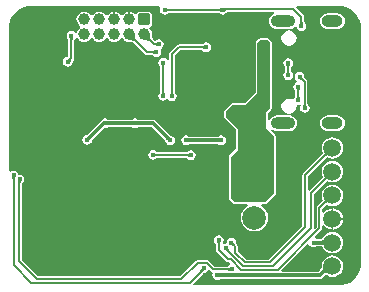
<source format=gbl>
G04*
G04 #@! TF.GenerationSoftware,Altium Limited,Altium Designer,22.3.1 (43)*
G04*
G04 Layer_Physical_Order=2*
G04 Layer_Color=8037893*
%FSLAX44Y44*%
%MOMM*%
G71*
G04*
G04 #@! TF.SameCoordinates,D810A163-4558-4574-BFD7-F7CA9EDE3B54*
G04*
G04*
G04 #@! TF.FilePolarity,Positive*
G04*
G01*
G75*
%ADD61C,0.1524*%
%ADD62C,0.1600*%
%ADD63C,0.3000*%
%ADD64C,0.2000*%
%ADD65C,2.0000*%
%ADD66O,2.1000X1.0000*%
%ADD67O,1.8000X1.0000*%
G04:AMPARAMS|DCode=68|XSize=2mm|YSize=2mm|CornerRadius=0.25mm|HoleSize=0mm|Usage=FLASHONLY|Rotation=270.000|XOffset=0mm|YOffset=0mm|HoleType=Round|Shape=RoundedRectangle|*
%AMROUNDEDRECTD68*
21,1,2.0000,1.5000,0,0,270.0*
21,1,1.5000,2.0000,0,0,270.0*
1,1,0.5000,-0.7500,-0.7500*
1,1,0.5000,-0.7500,0.7500*
1,1,0.5000,0.7500,0.7500*
1,1,0.5000,0.7500,-0.7500*
%
%ADD68ROUNDEDRECTD68*%
%ADD69C,1.0000*%
G04:AMPARAMS|DCode=70|XSize=1mm|YSize=1mm|CornerRadius=0.125mm|HoleSize=0mm|Usage=FLASHONLY|Rotation=270.000|XOffset=0mm|YOffset=0mm|HoleType=Round|Shape=RoundedRectangle|*
%AMROUNDEDRECTD70*
21,1,1.0000,0.7500,0,0,270.0*
21,1,0.7500,1.0000,0,0,270.0*
1,1,0.2500,-0.3750,-0.3750*
1,1,0.2500,-0.3750,0.3750*
1,1,0.2500,0.3750,0.3750*
1,1,0.2500,0.3750,-0.3750*
%
%ADD70ROUNDEDRECTD70*%
%ADD71C,0.4500*%
%ADD72C,0.6000*%
%ADD73C,1.5000*%
G36*
X208364Y255804D02*
X208504Y255735D01*
X208656Y255675D01*
X208819Y255623D01*
X208995Y255579D01*
X209181Y255542D01*
X209590Y255494D01*
X209813Y255482D01*
X210046Y255478D01*
X210539Y253478D01*
X210305Y253471D01*
X210086Y253451D01*
X209884Y253417D01*
X209697Y253370D01*
X209526Y253309D01*
X209370Y253235D01*
X209230Y253147D01*
X209106Y253046D01*
X208997Y252931D01*
X208905Y252802D01*
X208235Y255880D01*
X208364Y255804D01*
D02*
G37*
G36*
X205393Y252425D02*
X205274Y252534D01*
X205142Y252632D01*
X204998Y252718D01*
X204841Y252793D01*
X204672Y252856D01*
X204489Y252908D01*
X204295Y252948D01*
X204087Y252977D01*
X203867Y252994D01*
X203634Y253000D01*
Y255000D01*
X203867Y255006D01*
X204087Y255023D01*
X204295Y255052D01*
X204489Y255092D01*
X204672Y255144D01*
X204841Y255207D01*
X204998Y255282D01*
X205142Y255368D01*
X205274Y255466D01*
X205393Y255575D01*
Y252425D01*
D02*
G37*
G36*
X159726Y255466D02*
X159858Y255368D01*
X160002Y255282D01*
X160159Y255207D01*
X160328Y255144D01*
X160511Y255092D01*
X160705Y255052D01*
X160913Y255023D01*
X161133Y255006D01*
X161366Y255000D01*
Y253000D01*
X161133Y252994D01*
X160913Y252977D01*
X160705Y252948D01*
X160511Y252908D01*
X160328Y252856D01*
X160159Y252793D01*
X160002Y252718D01*
X159858Y252632D01*
X159726Y252534D01*
X159607Y252425D01*
Y255575D01*
X159726Y255466D01*
D02*
G37*
G36*
X274776Y243123D02*
X274793Y242903D01*
X274822Y242695D01*
X274862Y242500D01*
X274914Y242318D01*
X274977Y242149D01*
X275052Y241992D01*
X275138Y241847D01*
X275236Y241716D01*
X275345Y241597D01*
X272195D01*
X272304Y241716D01*
X272402Y241847D01*
X272488Y241992D01*
X272563Y242149D01*
X272626Y242318D01*
X272678Y242500D01*
X272718Y242695D01*
X272747Y242903D01*
X272764Y243123D01*
X272770Y243356D01*
X274770D01*
X274776Y243123D01*
D02*
G37*
G36*
X311246Y256294D02*
X314519Y254938D01*
X317465Y252970D01*
X319970Y250465D01*
X321938Y247519D01*
X323294Y244246D01*
X323985Y240771D01*
Y239000D01*
Y39000D01*
Y37229D01*
X323294Y33754D01*
X321938Y30481D01*
X319970Y27535D01*
X317465Y25030D01*
X314519Y23062D01*
X311246Y21706D01*
X307771Y21015D01*
X182252D01*
X181726Y22285D01*
X190144Y30703D01*
X190322Y30770D01*
X190435Y30875D01*
X190505Y30931D01*
X190574Y30980D01*
X190584Y30985D01*
X190910Y30921D01*
X192489Y31235D01*
X193828Y32130D01*
X194723Y33468D01*
X194745Y33582D01*
X196123Y34000D01*
X197462Y32662D01*
X197984Y32313D01*
X198376Y31624D01*
X198627Y30780D01*
X198373Y29500D01*
X198687Y27920D01*
X199582Y26582D01*
X200921Y25687D01*
X202500Y25373D01*
X204079Y25687D01*
X204820Y26182D01*
X205402Y26193D01*
X205553Y26259D01*
X289139D01*
X289139Y26259D01*
X290319Y26493D01*
X291319Y27162D01*
X293045Y28888D01*
X293195Y28945D01*
X293549Y29279D01*
X293832Y29513D01*
X294070Y29679D01*
X294252Y29780D01*
X294340Y29815D01*
X294367Y29797D01*
X294600Y29752D01*
X294782Y29599D01*
X294818Y29602D01*
X295449Y29118D01*
X297644Y28208D01*
X300000Y27898D01*
X302356Y28208D01*
X304551Y29118D01*
X306436Y30564D01*
X307882Y32449D01*
X308792Y34644D01*
X309102Y37000D01*
X308792Y39356D01*
X307882Y41551D01*
X306436Y43436D01*
X304551Y44882D01*
X302356Y45792D01*
X300000Y46102D01*
X297644Y45792D01*
X295449Y44882D01*
X293564Y43436D01*
X292118Y41551D01*
X291208Y39356D01*
X290898Y37000D01*
X290941Y36675D01*
X290867Y36498D01*
X290867Y36290D01*
X290851Y36168D01*
X290813Y36015D01*
X290744Y35829D01*
X290639Y35610D01*
X290493Y35361D01*
X290317Y35103D01*
X289774Y34445D01*
X289439Y34095D01*
X289379Y33943D01*
X287862Y32425D01*
X257381D01*
X256895Y33599D01*
X278945Y55649D01*
X280317Y55225D01*
X281082Y54082D01*
X282421Y53187D01*
X284000Y52873D01*
X285579Y53187D01*
X286530Y53822D01*
X287114Y53853D01*
X287248Y53917D01*
X289459D01*
X289606Y53851D01*
X290097Y53837D01*
X290485Y53802D01*
X290811Y53749D01*
X291073Y53682D01*
X291272Y53609D01*
X291411Y53539D01*
X291499Y53478D01*
X291551Y53430D01*
X291583Y53387D01*
X291672Y53221D01*
X291862Y53065D01*
X292118Y52449D01*
X293564Y50564D01*
X295449Y49118D01*
X297644Y48208D01*
X300000Y47898D01*
X302356Y48208D01*
X304551Y49118D01*
X306436Y50564D01*
X307882Y52449D01*
X308792Y54644D01*
X309102Y57000D01*
X308792Y59356D01*
X307882Y61551D01*
X306436Y63436D01*
X304551Y64882D01*
X302356Y65792D01*
X300000Y66102D01*
X297644Y65792D01*
X295449Y64882D01*
X293564Y63436D01*
X292118Y61551D01*
X291862Y60935D01*
X291672Y60779D01*
X291583Y60613D01*
X291551Y60570D01*
X291499Y60522D01*
X291411Y60461D01*
X291272Y60391D01*
X291073Y60318D01*
X290811Y60251D01*
X290485Y60198D01*
X290097Y60163D01*
X289606Y60149D01*
X289459Y60083D01*
X287191D01*
X287032Y60150D01*
X286791Y60150D01*
X286563Y60156D01*
X285775Y60683D01*
X285351Y62055D01*
X290648Y67352D01*
X291153Y68108D01*
X291331Y69000D01*
Y71388D01*
X292601Y71819D01*
X293564Y70564D01*
X295449Y69117D01*
X297644Y68208D01*
X299238Y67998D01*
Y77000D01*
Y86002D01*
X297644Y85792D01*
X295449Y84882D01*
X293564Y83436D01*
X292601Y82181D01*
X291331Y82612D01*
Y85035D01*
X295136Y88840D01*
X295320Y88910D01*
X295489Y89070D01*
X295513Y89091D01*
X297644Y88208D01*
X300000Y87898D01*
X302356Y88208D01*
X304551Y89118D01*
X306436Y90564D01*
X307882Y92449D01*
X308792Y94644D01*
X309102Y97000D01*
X308792Y99356D01*
X307882Y101551D01*
X306436Y103436D01*
X304551Y104882D01*
X302356Y105792D01*
X300000Y106102D01*
X297644Y105792D01*
X295449Y104882D01*
X293564Y103436D01*
X292118Y101551D01*
X291208Y99356D01*
X290898Y97000D01*
X291208Y94644D01*
X292091Y92513D01*
X292070Y92489D01*
X291910Y92320D01*
X291840Y92136D01*
X287352Y87648D01*
X286847Y86892D01*
X286669Y86000D01*
Y69965D01*
X285556Y68853D01*
X285444Y68866D01*
X284331Y69423D01*
Y98034D01*
X295136Y108840D01*
X295320Y108910D01*
X295489Y109070D01*
X295513Y109091D01*
X297644Y108208D01*
X300000Y107898D01*
X302356Y108208D01*
X304551Y109117D01*
X306436Y110564D01*
X307882Y112449D01*
X308792Y114644D01*
X309102Y117000D01*
X308792Y119356D01*
X307882Y121551D01*
X306436Y123436D01*
X304551Y124882D01*
X302356Y125792D01*
X300000Y126102D01*
X297644Y125792D01*
X295449Y124882D01*
X293564Y123436D01*
X292118Y121551D01*
X291208Y119356D01*
X290898Y117000D01*
X291208Y114644D01*
X292091Y112513D01*
X292070Y112489D01*
X291910Y112320D01*
X291840Y112136D01*
X280639Y100936D01*
X279504Y101299D01*
X279370Y101403D01*
Y113019D01*
X295114Y128763D01*
X295296Y128833D01*
X295475Y129002D01*
X295559Y129072D01*
X297644Y128208D01*
X300000Y127898D01*
X302356Y128208D01*
X304551Y129117D01*
X306436Y130564D01*
X307882Y132449D01*
X308792Y134644D01*
X309102Y137000D01*
X308792Y139356D01*
X307882Y141551D01*
X306436Y143436D01*
X304551Y144882D01*
X302356Y145792D01*
X300000Y146102D01*
X297644Y145792D01*
X295449Y144882D01*
X293564Y143436D01*
X292118Y141551D01*
X291208Y139356D01*
X290898Y137000D01*
X291208Y134644D01*
X292072Y132559D01*
X292002Y132475D01*
X291833Y132296D01*
X291763Y132114D01*
X275324Y115675D01*
X274811Y114907D01*
X274631Y114000D01*
Y71156D01*
X245978Y42503D01*
X226654D01*
X219690Y49468D01*
Y53805D01*
X219509Y54711D01*
X218995Y55480D01*
X218652Y55824D01*
X218585Y56002D01*
X218482Y56114D01*
X218431Y56177D01*
X218393Y56232D01*
X218497Y56755D01*
X218183Y58334D01*
X217288Y59673D01*
X215949Y60568D01*
X214370Y60882D01*
X212791Y60568D01*
X211452Y59673D01*
X210557Y58334D01*
X210348Y57284D01*
X210243Y56755D01*
X209259Y55871D01*
X208719Y55763D01*
X208410Y55557D01*
X207883Y55573D01*
X206970Y56122D01*
X206952Y56405D01*
X207663Y57469D01*
X207977Y59048D01*
X207663Y60627D01*
X206768Y61966D01*
X205429Y62861D01*
X203850Y63175D01*
X202271Y62861D01*
X200932Y61966D01*
X200037Y60627D01*
X199723Y59048D01*
X200037Y57469D01*
X200932Y56130D01*
X201408Y55811D01*
X201412Y55797D01*
X201426Y55733D01*
X201434Y55661D01*
X201440Y55517D01*
X201519Y55344D01*
Y50250D01*
X201697Y49358D01*
X202202Y48602D01*
X209654Y41150D01*
X210410Y40644D01*
X211302Y40467D01*
X212581D01*
X213228Y39684D01*
X212980Y38309D01*
X212232Y37808D01*
X211451Y36641D01*
X200075D01*
X195210Y41506D01*
X194454Y42011D01*
X193562Y42189D01*
X185858D01*
X184966Y42011D01*
X184210Y41506D01*
X171121Y28417D01*
X50879D01*
X37331Y41965D01*
Y106598D01*
X37409Y106760D01*
X37404Y106774D01*
X37410Y106788D01*
X37416Y106931D01*
X37424Y106996D01*
X37433Y107037D01*
X38038Y107442D01*
X38933Y108781D01*
X39247Y110360D01*
X38933Y111939D01*
X38038Y113278D01*
X36699Y114173D01*
X35120Y114487D01*
X34151Y114295D01*
X33873Y115689D01*
X32978Y117028D01*
X31639Y117923D01*
X30060Y118237D01*
X28481Y117923D01*
X27285Y117124D01*
X26654Y117288D01*
X26015Y117628D01*
X26015Y239000D01*
X26015Y240771D01*
X26706Y244246D01*
X28062Y247519D01*
X30030Y250465D01*
X32535Y252970D01*
X35481Y254938D01*
X38754Y256294D01*
X42229Y256985D01*
X44000D01*
X153599D01*
X154278Y255715D01*
X154187Y255579D01*
X153873Y254000D01*
X154187Y252421D01*
X155082Y251082D01*
X156420Y250187D01*
X158000Y249873D01*
X159579Y250187D01*
X160918Y251082D01*
X161088Y251336D01*
X161091Y251336D01*
X161218Y251346D01*
X161406Y251351D01*
X161577Y251427D01*
X203423D01*
X203594Y251351D01*
X203782Y251346D01*
X203909Y251336D01*
X203912Y251336D01*
X204082Y251082D01*
X205420Y250187D01*
X207000Y249873D01*
X208579Y250187D01*
X209918Y251082D01*
X210415Y251824D01*
X210586Y251829D01*
X210753Y251904D01*
X210933Y251876D01*
X210971Y251905D01*
X250451D01*
X250704Y250635D01*
X249410Y250099D01*
X248047Y249053D01*
X247001Y247690D01*
X246344Y246103D01*
X246120Y244400D01*
X246344Y242697D01*
X247001Y241110D01*
X248047Y239747D01*
X249410Y238701D01*
X250997Y238044D01*
X252700Y237820D01*
X263700D01*
X265403Y238044D01*
X266990Y238701D01*
X268353Y239747D01*
X268414Y239826D01*
X269745Y239475D01*
X269957Y238410D01*
X270852Y237072D01*
X272190Y236177D01*
X273770Y235863D01*
X275349Y236177D01*
X276688Y237072D01*
X277583Y238410D01*
X277897Y239990D01*
X277583Y241569D01*
X276688Y242908D01*
X276434Y243078D01*
X276434Y243081D01*
X276424Y243208D01*
X276419Y243396D01*
X276343Y243567D01*
Y247760D01*
X276148Y248745D01*
X275590Y249580D01*
X269454Y255715D01*
X269980Y256985D01*
X306000D01*
X307771D01*
X311246Y256294D01*
D02*
G37*
G36*
X295950Y130687D02*
X295808Y130760D01*
X295658Y130803D01*
X295500Y130814D01*
X295333Y130794D01*
X295158Y130744D01*
X294975Y130663D01*
X294784Y130551D01*
X294585Y130408D01*
X294377Y130234D01*
X294161Y130030D01*
X293030Y131161D01*
X293234Y131377D01*
X293408Y131585D01*
X293551Y131784D01*
X293663Y131975D01*
X293744Y132158D01*
X293794Y132333D01*
X293814Y132500D01*
X293803Y132658D01*
X293760Y132808D01*
X293687Y132950D01*
X295950Y130687D01*
D02*
G37*
G36*
X295885Y110730D02*
X295751Y110800D01*
X295609Y110841D01*
X295459Y110853D01*
X295301Y110835D01*
X295135Y110788D01*
X294961Y110711D01*
X294779Y110604D01*
X294589Y110468D01*
X294391Y110303D01*
X294185Y110108D01*
X293108Y111185D01*
X293303Y111391D01*
X293468Y111589D01*
X293604Y111779D01*
X293711Y111961D01*
X293788Y112135D01*
X293835Y112301D01*
X293853Y112459D01*
X293841Y112609D01*
X293800Y112751D01*
X293730Y112885D01*
X295885Y110730D01*
D02*
G37*
G36*
X31592Y112462D02*
X31441Y112311D01*
X31307Y112153D01*
X31188Y111988D01*
X31085Y111816D01*
X30998Y111637D01*
X30927Y111451D01*
X30871Y111258D01*
X30832Y111057D01*
X30808Y110850D01*
X30800Y110635D01*
X29200Y110681D01*
X29192Y110894D01*
X29170Y111102D01*
X29132Y111303D01*
X29079Y111498D01*
X29011Y111688D01*
X28927Y111872D01*
X28829Y112049D01*
X28715Y112221D01*
X28587Y112386D01*
X28443Y112546D01*
X31592Y112462D01*
D02*
G37*
G36*
X36607Y108672D02*
X36446Y108519D01*
X36303Y108361D01*
X36176Y108195D01*
X36066Y108023D01*
X35973Y107845D01*
X35897Y107660D01*
X35838Y107468D01*
X35796Y107270D01*
X35770Y107065D01*
X35762Y106854D01*
X34238Y106940D01*
X34230Y107149D01*
X34207Y107353D01*
X34168Y107553D01*
X34114Y107749D01*
X34044Y107941D01*
X33958Y108129D01*
X33858Y108313D01*
X33741Y108492D01*
X33609Y108668D01*
X33462Y108840D01*
X36607Y108672D01*
D02*
G37*
G36*
X295885Y90730D02*
X295751Y90800D01*
X295609Y90841D01*
X295459Y90853D01*
X295301Y90835D01*
X295135Y90788D01*
X294961Y90711D01*
X294779Y90604D01*
X294589Y90468D01*
X294391Y90303D01*
X294185Y90108D01*
X293108Y91185D01*
X293303Y91391D01*
X293468Y91589D01*
X293604Y91779D01*
X293711Y91961D01*
X293788Y92135D01*
X293835Y92301D01*
X293853Y92459D01*
X293841Y92609D01*
X293800Y92751D01*
X293730Y92885D01*
X295885Y90730D01*
D02*
G37*
G36*
X205271Y57279D02*
X205132Y57112D01*
X205010Y56939D01*
X204905Y56761D01*
X204815Y56578D01*
X204742Y56389D01*
X204685Y56195D01*
X204645Y55996D01*
X204620Y55791D01*
X204612Y55581D01*
X203088D01*
X203080Y55791D01*
X203055Y55996D01*
X203015Y56195D01*
X202958Y56389D01*
X202885Y56578D01*
X202795Y56761D01*
X202690Y56939D01*
X202568Y57112D01*
X202430Y57279D01*
X202275Y57441D01*
X205425D01*
X205271Y57279D01*
D02*
G37*
G36*
X285634Y58561D02*
X285687Y58548D01*
X285765Y58537D01*
X285999Y58519D01*
X286770Y58501D01*
X287027Y58500D01*
Y55500D01*
X285607Y55425D01*
Y58575D01*
X285634Y58561D01*
D02*
G37*
G36*
X293126Y54000D02*
X292974Y54285D01*
X292778Y54540D01*
X292539Y54765D01*
X292256Y54960D01*
X291930Y55125D01*
X291561Y55260D01*
X291149Y55365D01*
X290693Y55440D01*
X290194Y55485D01*
X289652Y55500D01*
Y58500D01*
X290194Y58515D01*
X290693Y58560D01*
X291149Y58635D01*
X291561Y58740D01*
X291930Y58875D01*
X292256Y59040D01*
X292539Y59235D01*
X292778Y59460D01*
X292974Y59715D01*
X293126Y60000D01*
Y54000D01*
D02*
G37*
G36*
X216625Y56518D02*
X216647Y56311D01*
X216684Y56109D01*
X216736Y55915D01*
X216804Y55726D01*
X216887Y55544D01*
X216987Y55368D01*
X217101Y55199D01*
X217231Y55036D01*
X217377Y54879D01*
X216246Y53747D01*
X216089Y53893D01*
X215926Y54023D01*
X215756Y54138D01*
X215581Y54237D01*
X215399Y54321D01*
X215210Y54389D01*
X215015Y54441D01*
X214814Y54478D01*
X214606Y54499D01*
X214393Y54505D01*
X216620Y56732D01*
X216625Y56518D01*
D02*
G37*
G36*
X212424Y51156D02*
X212400Y50957D01*
X212397Y50764D01*
X212416Y50576D01*
X212455Y50392D01*
X212516Y50213D01*
X212599Y50039D01*
X212703Y49870D01*
X212828Y49706D01*
X212974Y49546D01*
X211594Y48771D01*
X211447Y48910D01*
X211292Y49039D01*
X211129Y49160D01*
X210957Y49273D01*
X210777Y49377D01*
X210588Y49472D01*
X210391Y49559D01*
X209972Y49707D01*
X209750Y49768D01*
X212469Y51359D01*
X212424Y51156D01*
D02*
G37*
G36*
X213614Y33246D02*
X213576Y33269D01*
X213513Y33290D01*
X213427Y33309D01*
X213316Y33325D01*
X213023Y33349D01*
X212403Y33368D01*
X212149Y33369D01*
Y34893D01*
X212288Y34896D01*
X212526Y34920D01*
X212624Y34940D01*
X212707Y34966D01*
X212778Y34998D01*
X212834Y35036D01*
X212876Y35080D01*
X212905Y35130D01*
X212920Y35185D01*
X213614Y33246D01*
D02*
G37*
G36*
X191049Y32802D02*
X190833Y32782D01*
X190625Y32748D01*
X190423Y32699D01*
X190228Y32638D01*
X190039Y32562D01*
X189857Y32472D01*
X189682Y32369D01*
X189514Y32251D01*
X189352Y32120D01*
X189196Y31975D01*
X187978Y33019D01*
X188125Y33178D01*
X188254Y33342D01*
X188366Y33512D01*
X188461Y33687D01*
X188539Y33869D01*
X188599Y34056D01*
X188642Y34249D01*
X188668Y34448D01*
X188676Y34653D01*
X188667Y34864D01*
X191049Y32802D01*
D02*
G37*
G36*
X295280Y31171D02*
X295030Y31337D01*
X294764Y31444D01*
X294482Y31491D01*
X294184Y31477D01*
X293870Y31405D01*
X293541Y31272D01*
X293195Y31080D01*
X292833Y30828D01*
X292456Y30516D01*
X292062Y30144D01*
X290630Y32954D01*
X291007Y33348D01*
X291636Y34109D01*
X291888Y34477D01*
X292097Y34836D01*
X292265Y35186D01*
X292391Y35527D01*
X292475Y35859D01*
X292517Y36182D01*
X292517Y36497D01*
X295280Y31171D01*
D02*
G37*
G36*
X204246Y30936D02*
X204303Y30916D01*
X204385Y30899D01*
X204492Y30884D01*
X204780Y30861D01*
X205656Y30842D01*
X205371Y27842D01*
X203992Y27816D01*
X204214Y30958D01*
X204246Y30936D01*
D02*
G37*
%LPC*%
G36*
X102600Y252580D02*
X100897Y252356D01*
X99310Y251699D01*
X97947Y250653D01*
X96948Y249351D01*
X96263Y249251D01*
X96237D01*
X95552Y249351D01*
X94553Y250653D01*
X93190Y251699D01*
X91603Y252356D01*
X89900Y252580D01*
X88197Y252356D01*
X86610Y251699D01*
X85247Y250653D01*
X84201Y249290D01*
X83544Y247703D01*
X83320Y246000D01*
X83544Y244297D01*
X84201Y242710D01*
X85247Y241347D01*
X86549Y240348D01*
X86649Y239663D01*
Y239637D01*
X86549Y238952D01*
X85247Y237953D01*
X84201Y236590D01*
X83544Y235003D01*
X83518Y234810D01*
X82197Y234501D01*
X81918Y234918D01*
X80579Y235813D01*
X79000Y236127D01*
X77421Y235813D01*
X76082Y234918D01*
X75187Y233579D01*
X74873Y232000D01*
X75187Y230420D01*
X76082Y229082D01*
X76336Y228912D01*
X76336Y228909D01*
X76346Y228782D01*
X76351Y228594D01*
X76427Y228423D01*
Y215337D01*
X76000Y214127D01*
X74421Y213813D01*
X73082Y212918D01*
X72187Y211579D01*
X71873Y210000D01*
X72187Y208421D01*
X73082Y207082D01*
X74421Y206187D01*
X76000Y205873D01*
X77579Y206187D01*
X78918Y207082D01*
X79813Y208421D01*
X80127Y210000D01*
X80068Y210300D01*
X80069Y210302D01*
X80152Y210399D01*
X80282Y210535D01*
X80349Y210709D01*
X80820Y211180D01*
X81378Y212015D01*
X81573Y213000D01*
Y228423D01*
X81649Y228594D01*
X81654Y228782D01*
X81664Y228909D01*
X81664Y228912D01*
X81918Y229082D01*
X82717Y230276D01*
X83366Y230366D01*
X84083Y230295D01*
X84201Y230010D01*
X85247Y228647D01*
X86610Y227601D01*
X88197Y226944D01*
X89900Y226720D01*
X91603Y226944D01*
X93190Y227601D01*
X94553Y228647D01*
X95552Y229949D01*
X96237Y230049D01*
X96263D01*
X96948Y229949D01*
X97947Y228647D01*
X99310Y227601D01*
X100897Y226944D01*
X102600Y226720D01*
X104303Y226944D01*
X105890Y227601D01*
X107253Y228647D01*
X108252Y229949D01*
X108937Y230049D01*
X108963D01*
X109648Y229949D01*
X110647Y228647D01*
X112010Y227601D01*
X113597Y226944D01*
X115300Y226720D01*
X117003Y226944D01*
X118590Y227601D01*
X119953Y228647D01*
X120952Y229949D01*
X121637Y230049D01*
X121663D01*
X122348Y229949D01*
X123347Y228647D01*
X124710Y227601D01*
X126297Y226944D01*
X127819Y226744D01*
X128039Y226651D01*
X128721Y226646D01*
X129920Y226568D01*
X130388Y226503D01*
X130808Y226419D01*
X131159Y226322D01*
X131439Y226220D01*
X131648Y226118D01*
X131790Y226027D01*
X131972Y225871D01*
X132130Y225819D01*
X141625Y216325D01*
X142393Y215811D01*
X143300Y215630D01*
X147315D01*
X147487Y215551D01*
X147640Y215546D01*
X147720Y215537D01*
X147786Y215524D01*
X148082Y215082D01*
X149421Y214187D01*
X151000Y213873D01*
X152579Y214187D01*
X153918Y215082D01*
X154813Y216420D01*
X155127Y218000D01*
X154813Y219579D01*
X154601Y219896D01*
X154579Y221187D01*
X155918Y222082D01*
X156813Y223421D01*
X157127Y225000D01*
X156813Y226579D01*
X155918Y227918D01*
X154579Y228813D01*
X153000Y229127D01*
X151421Y228813D01*
X150082Y227918D01*
X149491Y227860D01*
X148181Y229170D01*
X148129Y229328D01*
X147973Y229510D01*
X147882Y229652D01*
X147781Y229861D01*
X147678Y230141D01*
X147581Y230492D01*
X147497Y230912D01*
X147432Y231380D01*
X147354Y232579D01*
X147349Y233261D01*
X147256Y233481D01*
X147056Y235003D01*
X146399Y236590D01*
X145353Y237953D01*
X144987Y238234D01*
X145304Y239592D01*
X145532Y239637D01*
X146450Y240250D01*
X147063Y241168D01*
X147278Y242250D01*
Y249750D01*
X147063Y250832D01*
X146450Y251750D01*
X145532Y252363D01*
X144450Y252578D01*
X136950D01*
X135868Y252363D01*
X134950Y251750D01*
X134337Y250832D01*
X134291Y250604D01*
X132934Y250287D01*
X132653Y250653D01*
X131290Y251699D01*
X129703Y252356D01*
X128762Y252480D01*
Y246000D01*
X127238D01*
Y252480D01*
X126297Y252356D01*
X124710Y251699D01*
X123347Y250653D01*
X122348Y249351D01*
X121663Y249251D01*
X121637D01*
X120952Y249351D01*
X119953Y250653D01*
X118590Y251699D01*
X117003Y252356D01*
X116062Y252480D01*
Y246000D01*
X114538D01*
Y252480D01*
X113597Y252356D01*
X112010Y251699D01*
X110647Y250653D01*
X109648Y249351D01*
X108963Y249251D01*
X108937D01*
X108252Y249351D01*
X107253Y250653D01*
X105890Y251699D01*
X104303Y252356D01*
X102600Y252580D01*
D02*
G37*
G36*
X304000Y250980D02*
X296000D01*
X294297Y250756D01*
X292710Y250099D01*
X291347Y249053D01*
X290301Y247690D01*
X289644Y246103D01*
X289420Y244400D01*
X289644Y242697D01*
X290301Y241110D01*
X291347Y239747D01*
X292710Y238701D01*
X294297Y238044D01*
X296000Y237820D01*
X304000D01*
X305703Y238044D01*
X307290Y238701D01*
X308653Y239747D01*
X309699Y241110D01*
X310356Y242697D01*
X310580Y244400D01*
X310356Y246103D01*
X309699Y247690D01*
X308653Y249053D01*
X307290Y250099D01*
X305703Y250756D01*
X304000Y250980D01*
D02*
G37*
G36*
X263200Y236521D02*
X260743Y236033D01*
X258659Y234641D01*
X257267Y232557D01*
X256779Y230100D01*
X257267Y227643D01*
X258659Y225559D01*
X260743Y224167D01*
X263200Y223679D01*
X265657Y224167D01*
X267741Y225559D01*
X269133Y227643D01*
X269621Y230100D01*
X269133Y232557D01*
X267741Y234641D01*
X265657Y236033D01*
X263200Y236521D01*
D02*
G37*
G36*
X193100Y226497D02*
X191521Y226183D01*
X190182Y225288D01*
X189886Y224846D01*
X189820Y224833D01*
X189739Y224824D01*
X189587Y224818D01*
X189415Y224739D01*
X169970D01*
X169063Y224559D01*
X168295Y224046D01*
X162325Y218076D01*
X161811Y217307D01*
X161630Y216400D01*
Y211464D01*
X160361Y211079D01*
X159680Y212097D01*
X158341Y212992D01*
X156762Y213306D01*
X155182Y212992D01*
X153843Y212097D01*
X152949Y210758D01*
X152634Y209179D01*
X152949Y207599D01*
X153843Y206260D01*
X154222Y206007D01*
X154223Y206004D01*
X154237Y205929D01*
X154246Y205844D01*
X154251Y205692D01*
X154331Y205519D01*
Y184743D01*
X154251Y184570D01*
X154246Y184417D01*
X154237Y184330D01*
X154222Y184252D01*
X154220Y184245D01*
X153882Y184018D01*
X152987Y182680D01*
X152673Y181100D01*
X152987Y179521D01*
X153882Y178182D01*
X155221Y177287D01*
X156800Y176973D01*
X158379Y177287D01*
X159719Y178182D01*
X159732Y178201D01*
X160796D01*
X161149Y178037D01*
X162421Y177187D01*
X164000Y176873D01*
X165579Y177187D01*
X166919Y178082D01*
X167813Y179421D01*
X168127Y181000D01*
X167813Y182579D01*
X166919Y183918D01*
X166476Y184214D01*
X166463Y184280D01*
X166454Y184361D01*
X166449Y184513D01*
X166370Y184685D01*
Y215418D01*
X170951Y220000D01*
X189415D01*
X189587Y219921D01*
X189739Y219916D01*
X189820Y219907D01*
X189886Y219894D01*
X190182Y219452D01*
X191521Y218557D01*
X193100Y218243D01*
X194679Y218557D01*
X196018Y219452D01*
X196913Y220791D01*
X197227Y222370D01*
X196913Y223949D01*
X196018Y225288D01*
X194679Y226183D01*
X193100Y226497D01*
D02*
G37*
G36*
X262500Y212827D02*
X260921Y212513D01*
X259582Y211618D01*
X258687Y210280D01*
X258373Y208700D01*
X258687Y207121D01*
X259582Y205782D01*
X260002Y205501D01*
X260015Y205431D01*
X260024Y205349D01*
X260030Y205196D01*
X260109Y205023D01*
Y202294D01*
X260030Y202121D01*
X260024Y201970D01*
X260015Y201890D01*
X260003Y201830D01*
X259538Y201518D01*
X258643Y200180D01*
X258329Y198600D01*
X258643Y197021D01*
X259538Y195682D01*
X260877Y194787D01*
X262456Y194473D01*
X264035Y194787D01*
X265375Y195682D01*
X266269Y197021D01*
X266583Y198600D01*
X266269Y200180D01*
X265375Y201518D01*
X264955Y201799D01*
X264941Y201870D01*
X264932Y201951D01*
X264926Y202104D01*
X264848Y202277D01*
Y205006D01*
X264926Y205179D01*
X264932Y205331D01*
X264941Y205410D01*
X264953Y205470D01*
X265418Y205782D01*
X266313Y207121D01*
X266627Y208700D01*
X266313Y210280D01*
X265418Y211618D01*
X264079Y212513D01*
X262500Y212827D01*
D02*
G37*
G36*
X272152Y201427D02*
X270573Y201113D01*
X269234Y200218D01*
X268339Y198880D01*
X268025Y197300D01*
X268339Y195721D01*
X269234Y194382D01*
X269938Y193911D01*
X269670Y192563D01*
X269421Y192513D01*
X268082Y191618D01*
X267187Y190280D01*
X266873Y188700D01*
X267187Y187121D01*
X268082Y185782D01*
X268558Y185463D01*
X268562Y185449D01*
X268575Y185385D01*
X268584Y185313D01*
X268590Y185169D01*
X268669Y184996D01*
Y181404D01*
X268590Y181231D01*
X268584Y181087D01*
X268575Y181015D01*
X268562Y180951D01*
X268558Y180937D01*
X268082Y180618D01*
X267187Y179279D01*
X267092Y178802D01*
X265681Y178217D01*
X265657Y178233D01*
X263200Y178721D01*
X260743Y178233D01*
X258659Y176841D01*
X257267Y174757D01*
X256779Y172300D01*
X257267Y169843D01*
X258659Y167759D01*
X260743Y166367D01*
X263200Y165879D01*
X265657Y166367D01*
X267741Y167759D01*
X269133Y169843D01*
X269621Y172300D01*
X269569Y172562D01*
X270649Y173643D01*
X271000Y173573D01*
X272269Y173825D01*
X273000Y173020D01*
X273108Y172796D01*
X272897Y172479D01*
X272583Y170900D01*
X272897Y169321D01*
X273792Y167982D01*
X275131Y167087D01*
X276710Y166773D01*
X278289Y167087D01*
X279628Y167982D01*
X280523Y169321D01*
X280837Y170900D01*
X280523Y172479D01*
X279628Y173818D01*
X278925Y174288D01*
X278924Y174295D01*
X278916Y174356D01*
X278910Y174498D01*
X278888Y174545D01*
X278904Y174595D01*
X278831Y174730D01*
Y192952D01*
X278653Y193844D01*
X278148Y194600D01*
X276419Y196329D01*
X276353Y196508D01*
X276255Y196614D01*
X276210Y196670D01*
X276174Y196725D01*
X276167Y196737D01*
X276279Y197300D01*
X275965Y198880D01*
X275070Y200218D01*
X273731Y201113D01*
X272152Y201427D01*
D02*
G37*
G36*
X304000Y164580D02*
X296000D01*
X294297Y164356D01*
X292710Y163699D01*
X291347Y162653D01*
X290301Y161290D01*
X289644Y159703D01*
X289420Y158000D01*
X289644Y156297D01*
X290301Y154710D01*
X291347Y153347D01*
X292710Y152301D01*
X294297Y151644D01*
X296000Y151420D01*
X304000D01*
X305703Y151644D01*
X307290Y152301D01*
X308653Y153347D01*
X309699Y154710D01*
X310356Y156297D01*
X310580Y158000D01*
X310356Y159703D01*
X309699Y161290D01*
X308653Y162653D01*
X307290Y163699D01*
X305703Y164356D01*
X304000Y164580D01*
D02*
G37*
G36*
X245140Y229900D02*
X238700D01*
X237534Y229416D01*
X235384Y227266D01*
X234900Y226100D01*
Y184253D01*
X225837Y175190D01*
X215590D01*
X214424Y174706D01*
X209094Y169376D01*
X208610Y168210D01*
Y163100D01*
X209094Y161934D01*
X218190Y152837D01*
Y136123D01*
X212784Y130716D01*
X212300Y129550D01*
Y94970D01*
X212784Y93804D01*
X216764Y89824D01*
X217930Y89340D01*
X227946D01*
X228199Y88070D01*
X228188Y88066D01*
X225781Y86219D01*
X223934Y83812D01*
X222773Y81008D01*
X222377Y78000D01*
X222773Y74992D01*
X223934Y72188D01*
X225781Y69781D01*
X228188Y67934D01*
X230992Y66773D01*
X234000Y66377D01*
X237008Y66773D01*
X239812Y67934D01*
X242219Y69781D01*
X244066Y72188D01*
X245227Y74992D01*
X245623Y78000D01*
X245227Y81008D01*
X244066Y83812D01*
X242219Y86219D01*
X239812Y88066D01*
X239802Y88070D01*
X240054Y89340D01*
X243220D01*
X244386Y89824D01*
X251376Y96813D01*
X251860Y97980D01*
Y147120D01*
X251376Y148286D01*
X247777Y151886D01*
X247767Y151961D01*
X248317Y152442D01*
X248915Y152681D01*
X249410Y152301D01*
X250997Y151644D01*
X252700Y151420D01*
X263700D01*
X265403Y151644D01*
X266990Y152301D01*
X268353Y153347D01*
X269399Y154710D01*
X270056Y156297D01*
X270280Y158000D01*
X270056Y159703D01*
X269399Y161290D01*
X268353Y162653D01*
X266990Y163699D01*
X265403Y164356D01*
X263700Y164580D01*
X252700D01*
X250997Y164356D01*
X249410Y163699D01*
X248047Y162653D01*
X247001Y161290D01*
X246690Y160537D01*
X245420Y160790D01*
Y166597D01*
X248316Y169494D01*
X248800Y170660D01*
Y226240D01*
X248316Y227406D01*
X246306Y229416D01*
X245140Y229900D01*
D02*
G37*
G36*
X205690Y147707D02*
X204111Y147393D01*
X203022Y146666D01*
X202793Y146650D01*
X202589Y146650D01*
X202553Y146635D01*
X202516Y146648D01*
X202379Y146583D01*
X179391D01*
X179232Y146650D01*
X178991Y146650D01*
X178764Y146656D01*
X177780Y147313D01*
X176200Y147627D01*
X174621Y147313D01*
X173282Y146419D01*
X172387Y145079D01*
X172073Y143500D01*
X172387Y141921D01*
X173282Y140582D01*
X174621Y139687D01*
X176200Y139373D01*
X177780Y139687D01*
X178730Y140322D01*
X179314Y140353D01*
X179448Y140417D01*
X202567D01*
X202723Y140351D01*
X203244Y140346D01*
X204111Y139767D01*
X205690Y139453D01*
X207269Y139767D01*
X208608Y140662D01*
X209503Y142001D01*
X209817Y143580D01*
X209503Y145160D01*
X208608Y146498D01*
X207269Y147393D01*
X205690Y147707D01*
D02*
G37*
G36*
X107500Y162127D02*
X105921Y161813D01*
X104582Y160918D01*
X103687Y159579D01*
X103679Y159539D01*
X102961Y158821D01*
X102410Y158356D01*
X102372Y158283D01*
X102296Y158250D01*
X102233Y158094D01*
X92576Y148436D01*
X92417Y148371D01*
X92247Y148202D01*
X92081Y148044D01*
X90920Y147813D01*
X89582Y146918D01*
X88687Y145580D01*
X88373Y144000D01*
X88687Y142421D01*
X89582Y141082D01*
X90920Y140187D01*
X92500Y139873D01*
X94079Y140187D01*
X95418Y141082D01*
X96313Y142421D01*
X96536Y143541D01*
X96927Y143976D01*
X96977Y144117D01*
X106617Y153757D01*
X106775Y153820D01*
X106939Y153983D01*
X106941Y153984D01*
X107500Y153873D01*
X109080Y154187D01*
X109896Y154732D01*
X110485Y154751D01*
X110630Y154817D01*
X129709D01*
X129868Y154750D01*
X130109Y154750D01*
X130337Y154744D01*
X131321Y154087D01*
X132900Y153773D01*
X134480Y154087D01*
X135430Y154722D01*
X136014Y154753D01*
X136148Y154817D01*
X146823D01*
X158064Y143576D01*
X158129Y143417D01*
X158298Y143247D01*
X158456Y143081D01*
X158687Y141920D01*
X159582Y140582D01*
X160921Y139687D01*
X162500Y139373D01*
X164079Y139687D01*
X165418Y140582D01*
X166313Y141920D01*
X166627Y143500D01*
X166313Y145079D01*
X165418Y146418D01*
X164079Y147313D01*
X162959Y147536D01*
X162524Y147927D01*
X162383Y147977D01*
X150280Y160080D01*
X149280Y160749D01*
X148100Y160983D01*
X148100Y160983D01*
X136091D01*
X135932Y161050D01*
X135691Y161050D01*
X135463Y161056D01*
X134480Y161713D01*
X132900Y162027D01*
X131321Y161713D01*
X130370Y161078D01*
X129786Y161047D01*
X129652Y160983D01*
X110840D01*
X110710Y161047D01*
X110675Y161035D01*
X110642Y161049D01*
X110211Y161057D01*
X109080Y161813D01*
X107500Y162127D01*
D02*
G37*
G36*
X148141Y135269D02*
X146562Y134955D01*
X145223Y134060D01*
X144328Y132721D01*
X144014Y131141D01*
X144328Y129562D01*
X145223Y128223D01*
X146562Y127328D01*
X148141Y127014D01*
X149721Y127328D01*
X151060Y128223D01*
X151306Y128592D01*
X151311Y128593D01*
X151387Y128608D01*
X151472Y128617D01*
X151624Y128622D01*
X151798Y128701D01*
X176288D01*
X176460Y128622D01*
X176612Y128617D01*
X176689Y128608D01*
X176736Y128598D01*
X177082Y128082D01*
X178421Y127187D01*
X180000Y126873D01*
X181579Y127187D01*
X182918Y128082D01*
X183813Y129421D01*
X184127Y131000D01*
X183813Y132579D01*
X182918Y133919D01*
X181579Y134813D01*
X180000Y135127D01*
X178421Y134813D01*
X177082Y133919D01*
X176835Y133549D01*
X176831Y133548D01*
X176755Y133534D01*
X176670Y133525D01*
X176517Y133519D01*
X176344Y133440D01*
X151853D01*
X151681Y133519D01*
X151530Y133525D01*
X151453Y133534D01*
X151405Y133543D01*
X151060Y134060D01*
X149721Y134955D01*
X148141Y135269D01*
D02*
G37*
G36*
X300762Y86002D02*
Y77762D01*
X309002D01*
X308792Y79356D01*
X307882Y81551D01*
X306436Y83436D01*
X304551Y84882D01*
X302356Y85792D01*
X300762Y86002D01*
D02*
G37*
G36*
X309002Y76238D02*
X300762D01*
Y67998D01*
X302356Y68208D01*
X304551Y69117D01*
X306436Y70564D01*
X307882Y72449D01*
X308792Y74644D01*
X309002Y76238D01*
D02*
G37*
%LPD*%
G36*
X80466Y230274D02*
X80368Y230142D01*
X80282Y229998D01*
X80207Y229841D01*
X80144Y229672D01*
X80092Y229489D01*
X80052Y229295D01*
X80023Y229087D01*
X80006Y228867D01*
X80000Y228634D01*
X78000D01*
X77994Y228867D01*
X77977Y229087D01*
X77948Y229295D01*
X77908Y229489D01*
X77856Y229672D01*
X77793Y229841D01*
X77718Y229998D01*
X77632Y230142D01*
X77534Y230274D01*
X77425Y230393D01*
X80575D01*
X80466Y230274D01*
D02*
G37*
G36*
X145705Y232520D02*
X145790Y231213D01*
X145870Y230636D01*
X145975Y230111D01*
X146105Y229637D01*
X146261Y229214D01*
X146441Y228843D01*
X146647Y228523D01*
X146877Y228254D01*
X145746Y227123D01*
X145477Y227353D01*
X145157Y227559D01*
X144786Y227739D01*
X144363Y227895D01*
X143889Y228025D01*
X143364Y228130D01*
X142788Y228210D01*
X141481Y228295D01*
X140750Y228300D01*
X145700Y233250D01*
X145705Y232520D01*
D02*
G37*
G36*
X133005D02*
X133090Y231213D01*
X133170Y230636D01*
X133275Y230111D01*
X133405Y229637D01*
X133561Y229214D01*
X133741Y228843D01*
X133947Y228523D01*
X134177Y228254D01*
X133046Y227123D01*
X132777Y227353D01*
X132457Y227559D01*
X132086Y227739D01*
X131663Y227895D01*
X131189Y228025D01*
X130664Y228130D01*
X130087Y228210D01*
X128780Y228295D01*
X128050Y228300D01*
X133000Y233250D01*
X133005Y232520D01*
D02*
G37*
G36*
X151393Y223425D02*
X151238Y223572D01*
X151076Y223704D01*
X150908Y223820D01*
X150733Y223921D01*
X150552Y224006D01*
X150364Y224076D01*
X150169Y224130D01*
X149969Y224169D01*
X149761Y224192D01*
X149547Y224200D01*
Y225800D01*
X149761Y225808D01*
X149969Y225831D01*
X150169Y225870D01*
X150364Y225924D01*
X150552Y225994D01*
X150733Y226079D01*
X150908Y226180D01*
X151076Y226296D01*
X151238Y226428D01*
X151393Y226575D01*
Y223425D01*
D02*
G37*
G36*
X149393Y216425D02*
X149238Y216572D01*
X149076Y216704D01*
X148908Y216820D01*
X148733Y216921D01*
X148552Y217006D01*
X148364Y217076D01*
X148169Y217130D01*
X147969Y217169D01*
X147761Y217192D01*
X147547Y217200D01*
Y218800D01*
X147761Y218808D01*
X147969Y218831D01*
X148169Y218870D01*
X148364Y218924D01*
X148552Y218994D01*
X148733Y219079D01*
X148908Y219180D01*
X149076Y219296D01*
X149238Y219428D01*
X149393Y219575D01*
Y216425D01*
D02*
G37*
G36*
X79087Y211673D02*
X78926Y211504D01*
X78783Y211336D01*
X78657Y211169D01*
X78547Y211003D01*
X78455Y210838D01*
X78380Y210673D01*
X78322Y210509D01*
X78281Y210346D01*
X78257Y210184D01*
X78250Y210023D01*
X76023Y212250D01*
X76184Y212257D01*
X76346Y212281D01*
X76509Y212322D01*
X76673Y212380D01*
X76838Y212455D01*
X77003Y212547D01*
X77169Y212657D01*
X77336Y212783D01*
X77504Y212926D01*
X77673Y213087D01*
X79087Y211673D01*
D02*
G37*
G36*
X191493Y220795D02*
X191338Y220942D01*
X191176Y221074D01*
X191008Y221190D01*
X190833Y221291D01*
X190652Y221376D01*
X190464Y221446D01*
X190270Y221500D01*
X190069Y221539D01*
X189861Y221562D01*
X189647Y221570D01*
Y223170D01*
X189861Y223178D01*
X190069Y223201D01*
X190270Y223240D01*
X190464Y223294D01*
X190652Y223364D01*
X190833Y223449D01*
X191008Y223550D01*
X191176Y223666D01*
X191338Y223798D01*
X191493Y223945D01*
Y220795D01*
D02*
G37*
G36*
X158292Y207530D02*
X158142Y207379D01*
X158007Y207221D01*
X157888Y207057D01*
X157785Y206884D01*
X157698Y206705D01*
X157627Y206519D01*
X157571Y206326D01*
X157532Y206126D01*
X157508Y205918D01*
X157500Y205703D01*
X155900Y205750D01*
X155892Y205964D01*
X155870Y206171D01*
X155832Y206373D01*
X155779Y206568D01*
X155711Y206758D01*
X155628Y206941D01*
X155529Y207119D01*
X155416Y207290D01*
X155287Y207456D01*
X155143Y207616D01*
X158292Y207530D01*
D02*
G37*
G36*
X157508Y184373D02*
X157532Y184166D01*
X157572Y183966D01*
X157628Y183773D01*
X157701Y183588D01*
X157789Y183410D01*
X157893Y183241D01*
X158013Y183078D01*
X158150Y182923D01*
X158302Y182775D01*
X155155Y182635D01*
X155297Y182798D01*
X155423Y182966D01*
X155535Y183139D01*
X155632Y183319D01*
X155714Y183503D01*
X155781Y183694D01*
X155833Y183890D01*
X155870Y184092D01*
X155893Y184299D01*
X155900Y184512D01*
X157500Y184588D01*
X157508Y184373D01*
D02*
G37*
G36*
X164808Y184239D02*
X164831Y184032D01*
X164870Y183831D01*
X164924Y183636D01*
X164994Y183448D01*
X165079Y183267D01*
X165180Y183092D01*
X165296Y182924D01*
X165428Y182762D01*
X165575Y182607D01*
X162425D01*
X162572Y182762D01*
X162704Y182924D01*
X162820Y183092D01*
X162921Y183267D01*
X163006Y183448D01*
X163076Y183636D01*
X163130Y183831D01*
X163169Y184032D01*
X163192Y184239D01*
X163200Y184453D01*
X164800D01*
X164808Y184239D01*
D02*
G37*
G36*
X264059Y207078D02*
X263911Y206924D01*
X263778Y206764D01*
X263661Y206597D01*
X263559Y206423D01*
X263473Y206243D01*
X263403Y206055D01*
X263348Y205861D01*
X263309Y205661D01*
X263286Y205453D01*
X263278Y205239D01*
X261678Y205256D01*
X261670Y205469D01*
X261647Y205677D01*
X261609Y205878D01*
X261555Y206073D01*
X261486Y206261D01*
X261401Y206443D01*
X261301Y206619D01*
X261186Y206789D01*
X261055Y206952D01*
X260909Y207109D01*
X264059Y207078D01*
D02*
G37*
G36*
X263278Y202045D02*
X263286Y201831D01*
X263309Y201623D01*
X263347Y201422D01*
X263401Y201227D01*
X263470Y201039D01*
X263555Y200857D01*
X263655Y200681D01*
X263770Y200511D01*
X263901Y200348D01*
X264047Y200191D01*
X260897Y200222D01*
X261045Y200376D01*
X261178Y200536D01*
X261295Y200703D01*
X261397Y200877D01*
X261483Y201057D01*
X261553Y201245D01*
X261608Y201439D01*
X261647Y201639D01*
X261670Y201847D01*
X261678Y202061D01*
X263278Y202045D01*
D02*
G37*
G36*
X274407Y197054D02*
X274428Y196838D01*
X274464Y196629D01*
X274515Y196429D01*
X274581Y196236D01*
X274663Y196051D01*
X274760Y195873D01*
X274872Y195704D01*
X275000Y195541D01*
X275142Y195387D01*
X274065Y194310D01*
X273911Y194452D01*
X273749Y194580D01*
X273579Y194692D01*
X273401Y194789D01*
X273216Y194871D01*
X273023Y194937D01*
X272823Y194988D01*
X272614Y195024D01*
X272398Y195045D01*
X272174Y195050D01*
X274402Y197278D01*
X274407Y197054D01*
D02*
G37*
G36*
X272421Y186931D02*
X272282Y186764D01*
X272160Y186591D01*
X272055Y186413D01*
X271965Y186230D01*
X271892Y186041D01*
X271835Y185847D01*
X271794Y185648D01*
X271770Y185443D01*
X271762Y185233D01*
X270238D01*
X270230Y185443D01*
X270205Y185648D01*
X270165Y185847D01*
X270108Y186041D01*
X270035Y186230D01*
X269945Y186413D01*
X269840Y186591D01*
X269718Y186764D01*
X269580Y186931D01*
X269425Y187093D01*
X272575D01*
X272421Y186931D01*
D02*
G37*
G36*
X271770Y180957D02*
X271794Y180752D01*
X271835Y180553D01*
X271892Y180359D01*
X271965Y180170D01*
X272055Y179987D01*
X272160Y179809D01*
X272282Y179636D01*
X272421Y179469D01*
X272575Y179307D01*
X269425D01*
X269580Y179469D01*
X269718Y179636D01*
X269840Y179809D01*
X269945Y179987D01*
X270035Y180170D01*
X270108Y180359D01*
X270165Y180553D01*
X270205Y180752D01*
X270230Y180957D01*
X270238Y181167D01*
X271762D01*
X271770Y180957D01*
D02*
G37*
G36*
X277271Y174219D02*
X277297Y174014D01*
X277340Y173817D01*
X277401Y173627D01*
X277479Y173444D01*
X277574Y173270D01*
X277686Y173103D01*
X277816Y172943D01*
X277964Y172791D01*
X278128Y172647D01*
X274992Y172353D01*
X275134Y172531D01*
X275261Y172712D01*
X275372Y172897D01*
X275469Y173085D01*
X275551Y173276D01*
X275619Y173470D01*
X275671Y173667D01*
X275708Y173868D01*
X275730Y174072D01*
X275738Y174279D01*
X277262Y174431D01*
X277271Y174219D01*
D02*
G37*
G36*
X247150Y226240D02*
Y170660D01*
X243770Y167280D01*
Y153560D01*
X250210Y147120D01*
Y97980D01*
X243220Y90990D01*
X217930D01*
X213950Y94970D01*
Y129550D01*
X219840Y135440D01*
Y153520D01*
X210260Y163100D01*
Y168210D01*
X215590Y173540D01*
X226520D01*
X236550Y183570D01*
Y226100D01*
X238700Y228250D01*
X245140D01*
X247150Y226240D01*
D02*
G37*
G36*
X204140Y141949D02*
X204116Y141959D01*
X204067Y141967D01*
X203991Y141975D01*
X203610Y141992D01*
X202738Y142000D01*
X202595Y145000D01*
X202851Y145001D01*
X203998Y145078D01*
X204028Y145097D01*
X204140Y141949D01*
D02*
G37*
G36*
X177834Y145061D02*
X177887Y145048D01*
X177966Y145037D01*
X178199Y145019D01*
X178971Y145001D01*
X179227Y145000D01*
Y142000D01*
X177807Y141925D01*
Y145075D01*
X177834Y145061D01*
D02*
G37*
G36*
X109206Y159483D02*
X109262Y159465D01*
X109343Y159450D01*
X109449Y159437D01*
X109736Y159416D01*
X110611Y159400D01*
X110432Y156400D01*
X109035Y156355D01*
X109175Y159502D01*
X109206Y159483D01*
D02*
G37*
G36*
X134534Y159461D02*
X134587Y159448D01*
X134665Y159437D01*
X134899Y159419D01*
X135670Y159401D01*
X135927Y159400D01*
Y156400D01*
X134507Y156325D01*
Y159475D01*
X134534Y159461D01*
D02*
G37*
G36*
X131293Y156325D02*
X131266Y156339D01*
X131213Y156352D01*
X131135Y156363D01*
X130901Y156381D01*
X130130Y156399D01*
X129873Y156400D01*
Y159400D01*
X131293Y159475D01*
Y156325D01*
D02*
G37*
G36*
X106771Y155871D02*
X106723Y155875D01*
X106659Y155859D01*
X106580Y155822D01*
X106487Y155765D01*
X106379Y155688D01*
X106119Y155472D01*
X105799Y155175D01*
X105617Y154996D01*
X103474Y157096D01*
X105357Y158686D01*
X106771Y155871D01*
D02*
G37*
G36*
X95701Y145080D02*
X94750Y144023D01*
X92522Y146250D01*
X92552Y146259D01*
X92598Y146288D01*
X92662Y146335D01*
X92839Y146487D01*
X93398Y147020D01*
X93580Y147201D01*
X95701Y145080D01*
D02*
G37*
G36*
X162478Y145750D02*
X160250Y143523D01*
X160241Y143552D01*
X160212Y143598D01*
X160165Y143662D01*
X160013Y143839D01*
X159480Y144398D01*
X159299Y144580D01*
X161420Y146701D01*
X162478Y145750D01*
D02*
G37*
G36*
X149947Y132514D02*
X150104Y132379D01*
X150268Y132260D01*
X150440Y132157D01*
X150618Y132069D01*
X150804Y131998D01*
X150997Y131942D01*
X151198Y131903D01*
X151405Y131879D01*
X151620Y131871D01*
X151566Y130271D01*
X151353Y130263D01*
X151145Y130241D01*
X150944Y130203D01*
X150748Y130150D01*
X150559Y130082D01*
X150375Y129999D01*
X150197Y129901D01*
X150025Y129788D01*
X149858Y129660D01*
X149698Y129517D01*
X149797Y132665D01*
X149947Y132514D01*
D02*
G37*
G36*
X178344Y129476D02*
X178195Y129627D01*
X178038Y129762D01*
X177873Y129881D01*
X177702Y129985D01*
X177523Y130072D01*
X177337Y130144D01*
X177144Y130199D01*
X176944Y130239D01*
X176736Y130263D01*
X176521Y130271D01*
X176575Y131871D01*
X176789Y131878D01*
X176996Y131901D01*
X177198Y131939D01*
X177393Y131991D01*
X177583Y132059D01*
X177767Y132142D01*
X177945Y132240D01*
X178117Y132353D01*
X178283Y132481D01*
X178444Y132625D01*
X178344Y129476D01*
D02*
G37*
D61*
X211302Y42798D02*
X214044D01*
X203850Y50250D02*
Y59048D01*
Y50250D02*
X211302Y42798D01*
X224395Y37048D02*
X250048D01*
X210298Y51145D02*
X224395Y37048D01*
X210298Y51145D02*
Y51950D01*
X199110Y34310D02*
X211970D01*
X185858Y39858D02*
X193562D01*
X199110Y34310D01*
X172086Y26086D02*
X185858Y39858D01*
X212149Y34131D02*
X213411D01*
X214581Y34321D02*
X215150Y34890D01*
X211970Y34310D02*
X212149Y34131D01*
X213411D02*
X213601Y34321D01*
X214581D01*
X214044Y42798D02*
X222842Y34000D01*
X254000D01*
X35000Y41000D02*
Y110240D01*
X35120Y110360D01*
X250048Y37048D02*
X282000Y69000D01*
X254000Y34000D02*
X289000Y69000D01*
Y86000D01*
X282000Y69000D02*
Y99000D01*
X289000Y86000D02*
X300000Y97000D01*
X282000Y99000D02*
X300000Y117000D01*
X49914Y26086D02*
X172086D01*
X35000Y41000D02*
X49914Y26086D01*
X276500Y171110D02*
Y192952D01*
Y171110D02*
X276710Y170900D01*
X272152Y197300D02*
X276500Y192952D01*
X271000Y177700D02*
Y188700D01*
D62*
X217320Y48487D02*
Y53805D01*
X214370Y56755D02*
X217320Y53805D01*
Y48487D02*
X225673Y40134D01*
X246959D01*
X179090Y23000D02*
X190910Y34820D01*
Y35048D01*
X45000Y23000D02*
X179090D01*
X30000Y38000D02*
Y114050D01*
X30060Y114110D01*
X164000Y216400D02*
X169970Y222370D01*
X193100D01*
X156700Y181200D02*
Y209117D01*
X156762Y209179D01*
X156700Y181200D02*
X156800Y181100D01*
X246959Y40134D02*
X277000Y70175D01*
Y114000D01*
X300000Y137000D01*
X30000Y38000D02*
X45000Y23000D01*
X140700Y233300D02*
X149000Y225000D01*
X153000D01*
X143300Y218000D02*
X151000D01*
X128000Y233300D02*
X143300Y218000D01*
X262456Y198600D02*
X262478Y198622D01*
Y208678D02*
X262500Y208700D01*
X262478Y198622D02*
Y208678D01*
X148212Y131071D02*
X179929D01*
X148141Y131141D02*
X148212Y131071D01*
X179929D02*
X180000Y131000D01*
X164000Y181000D02*
Y216400D01*
D63*
X202500Y29500D02*
X202658Y29342D01*
X289139D02*
X296797Y37000D01*
X300000D01*
X202658Y29342D02*
X289139D01*
X176200Y143500D02*
X205610D01*
X205690Y143580D01*
X284000Y57000D02*
X300000D01*
X107500Y157900D02*
X132900D01*
X148100D01*
X92500Y144000D02*
X106400Y157900D01*
X148100D02*
X162500Y143500D01*
D64*
X273770Y239990D02*
Y247760D01*
X207478Y254478D02*
X267052D01*
X273770Y247760D01*
X207000Y254000D02*
X207478Y254478D01*
X158000Y254000D02*
X207000D01*
X76000Y210000D02*
X79000Y213000D01*
Y232000D01*
D65*
X234000Y78000D02*
D03*
Y53000D02*
D03*
D66*
X258200Y244400D02*
D03*
Y158000D02*
D03*
D67*
X300000Y244400D02*
D03*
Y158000D02*
D03*
D68*
X234000Y103000D02*
D03*
D69*
X89900Y246000D02*
D03*
Y233300D02*
D03*
X102600Y246000D02*
D03*
Y233300D02*
D03*
X115300Y246000D02*
D03*
Y233300D02*
D03*
X128000Y246000D02*
D03*
Y233300D02*
D03*
X140700D02*
D03*
D70*
Y246000D02*
D03*
D71*
X218500Y207000D02*
D03*
X210298Y51950D02*
D03*
X190910Y35048D02*
D03*
X232502Y193070D02*
D03*
X215150Y34890D02*
D03*
X214370Y56755D02*
D03*
X203850Y59048D02*
D03*
X273770Y239990D02*
D03*
X241805Y249430D02*
D03*
Y243940D02*
D03*
Y238450D02*
D03*
Y232960D02*
D03*
X241780Y208960D02*
D03*
Y214450D02*
D03*
Y219940D02*
D03*
Y225430D02*
D03*
X217830Y96740D02*
D03*
X217910Y104180D02*
D03*
X217990Y111770D02*
D03*
X218150Y119780D02*
D03*
X218070Y127380D02*
D03*
X243177Y176786D02*
D03*
X230860Y163520D02*
D03*
X238877Y163606D02*
D03*
X222167Y163816D02*
D03*
X214557Y164026D02*
D03*
X205690Y143580D02*
D03*
X250780Y53750D02*
D03*
X248310Y59940D02*
D03*
X244330Y65130D02*
D03*
X35120Y110360D02*
D03*
X30060Y114110D02*
D03*
X193100Y222370D02*
D03*
X158000Y218000D02*
D03*
X91100Y39100D02*
D03*
X134800Y39200D02*
D03*
X76000Y210000D02*
D03*
X40000Y169000D02*
D03*
X66000Y128000D02*
D03*
X113000Y72000D02*
D03*
Y86000D02*
D03*
X64000Y92000D02*
D03*
X316000Y77000D02*
D03*
X191000Y131000D02*
D03*
X156762Y209179D02*
D03*
X100000Y138000D02*
D03*
X82029Y181028D02*
D03*
X65000Y175000D02*
D03*
X100000Y166000D02*
D03*
X43000Y251000D02*
D03*
X30000Y217000D02*
D03*
X31000Y190000D02*
D03*
X284000Y57000D02*
D03*
X202500Y29500D02*
D03*
X107500Y158000D02*
D03*
X207000Y254000D02*
D03*
X158000D02*
D03*
X79000Y232000D02*
D03*
X153000Y225000D02*
D03*
X151000Y218000D02*
D03*
X98000Y209000D02*
D03*
X201000Y41000D02*
D03*
X177000Y39000D02*
D03*
X61900D02*
D03*
X82000Y77000D02*
D03*
X93500Y106100D02*
D03*
X92900Y122500D02*
D03*
X252450Y233200D02*
D03*
Y169200D02*
D03*
X163600Y58600D02*
D03*
X169400Y151100D02*
D03*
X183600Y151000D02*
D03*
X201000Y214500D02*
D03*
X207600Y234400D02*
D03*
X226000Y241900D02*
D03*
X276710Y170900D02*
D03*
X271000Y188700D02*
D03*
X262456Y198600D02*
D03*
X272152Y197300D02*
D03*
X271000Y177700D02*
D03*
X148141Y131141D02*
D03*
X132900Y157900D02*
D03*
X162500Y143500D02*
D03*
X176200Y143500D02*
D03*
X156800Y181100D02*
D03*
X164000Y181000D02*
D03*
X92500Y144000D02*
D03*
X262500Y208700D02*
D03*
X180000Y131000D02*
D03*
D72*
X188500Y201500D02*
D03*
Y190500D02*
D03*
X177500Y201500D02*
D03*
Y190500D02*
D03*
X171000Y94000D02*
D03*
X160000Y105000D02*
D03*
X171000D02*
D03*
X182000D02*
D03*
X160000Y94000D02*
D03*
X182000D02*
D03*
X160000Y83000D02*
D03*
X171000D02*
D03*
X182000D02*
D03*
D73*
X300000Y77000D02*
D03*
Y57000D02*
D03*
Y37000D02*
D03*
Y137000D02*
D03*
Y117000D02*
D03*
Y97000D02*
D03*
M02*

</source>
